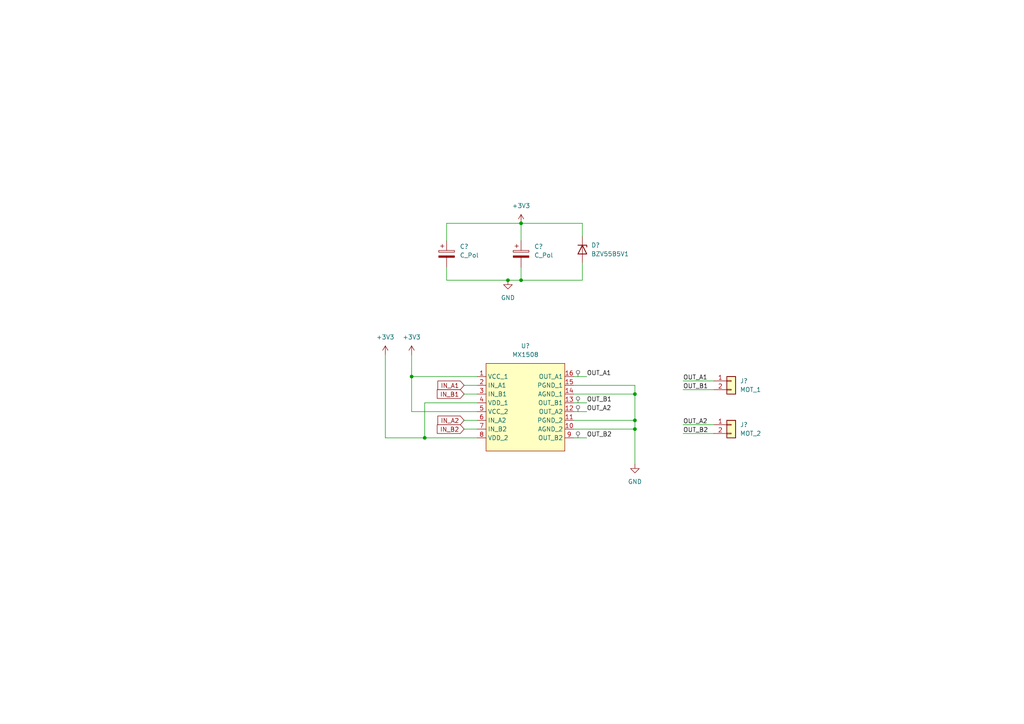
<source format=kicad_sch>
(kicad_sch (version 20230121) (generator eeschema)
  (paper "A4")
  (lib_symbols
    (symbol "Componentes_Usuario:MX1508"
      (property "Reference" "U" (at -11.43 13.97 0))
      (property "Value" "MX1508" (at -5.08 -1.27 0))
      (symbol "MX1508_1_1"
        (rectangle (start -11.43 12.7) (end 11.43 -12.7) (fill (type background)))
        (pin passive line (at -13.97 8.89 0) (length 2.54) (name "VCC_1") (number "1"))
        (pin passive line (at 13.97 -6.35 180) (length 2.54) (name "AGND_2") (number "10"))
        (pin passive line (at 13.97 -3.81 180) (length 2.54) (name "PGND_2") (number "11"))
        (pin passive line (at 13.97 -1.27 180) (length 2.54) (name "OUT_A2") (number "12"))
        (pin passive line (at 13.97 1.27 180) (length 2.54) (name "OUT_B1") (number "13"))
        (pin passive line (at 13.97 3.81 180) (length 2.54) (name "AGND_1") (number "14"))
        (pin passive line (at 13.97 6.35 180) (length 2.54) (name "PGND_1") (number "15"))
        (pin passive line (at 13.97 8.89 180) (length 2.54) (name "OUT_A1") (number "16"))
        (pin passive line (at -13.97 6.35 0) (length 2.54) (name "IN_A1") (number "2"))
        (pin passive line (at -13.97 3.81 0) (length 2.54) (name "IN_B1") (number "3"))
        (pin passive line (at -13.97 1.27 0) (length 2.54) (name "VDD_1") (number "4"))
        (pin passive line (at -13.97 -1.27 0) (length 2.54) (name "VCC_2") (number "5"))
        (pin passive line (at -13.97 -3.81 0) (length 2.54) (name "IN_A2") (number "6"))
        (pin passive line (at -13.97 -6.35 0) (length 2.54) (name "IN_B2") (number "7"))
        (pin passive line (at -13.97 -8.89 0) (length 2.54) (name "VDD_2") (number "8"))
        (pin passive line (at 13.97 -8.89 180) (length 2.54) (name "OUT_B2") (number "9"))
      )
    )
    (symbol "Connector_Generic:Conn_01x02" (pin_names (offset 1.016) hide)
      (property "Reference" "J" (at 0 2.54 0))
      (property "Value" "Conn_01x02" (at 0 -5.08 0))
      (symbol "Conn_01x02_1_1"
        (rectangle (start -1.27 -2.413) (end 0 -2.667) (stroke (width 0.1524)))
        (rectangle (start -1.27 0.127) (end 0 -0.127) (stroke (width 0.1524)))
        (rectangle (start -1.27 1.27) (end 1.27 -3.81) (stroke (width 0.254)) (fill (type background)))
        (pin passive line (at -5.08 0 0) (length 3.81) (name "Pin_1") (number "1"))
        (pin passive line (at -5.08 -2.54 0) (length 3.81) (name "Pin_2") (number "2"))
      )
    )
    (symbol "Device:C_Polarized" (pin_numbers hide) (pin_names (offset 0.254))
      (property "Reference" "C" (at 0.635 2.54 0))
      (property "Value" "C_Polarized" (at 0.635 -2.54 0))
      (symbol "C_Polarized_0_1"
        (rectangle (start -2.286 0.508) (end 2.286 1.016))
        (polyline (pts (xy -1.778 2.286) (xy -0.762 2.286)))
        (polyline (pts (xy -1.27 2.794) (xy -1.27 1.778)))
        (rectangle (start 2.286 -0.508) (end -2.286 -1.016) (fill (type outline)))
      )
      (symbol "C_Polarized_1_1"
        (pin passive line (at 0 3.81 270) (length 2.794) (name "~") (number "1"))
        (pin passive line (at 0 -3.81 90) (length 2.794) (name "~") (number "2"))
      )
    )
    (symbol "Diode:BZV55B5V1" (pin_numbers hide) (pin_names hide)
      (property "Reference" "D" (at 0 2.54 0))
      (property "Value" "BZV55B5V1" (at 0 -2.54 0))
      (symbol "BZV55B5V1_0_1"
        (polyline (pts (xy 1.27 0) (xy -1.27 0)))
        (polyline (pts (xy -1.27 -1.27) (xy -1.27 1.27) (xy -0.762 1.27)) (stroke (width 0.254)))
        (polyline (pts (xy 1.27 -1.27) (xy 1.27 1.27) (xy -1.27 0) (xy 1.27 -1.27)) (stroke (width 0.254)))
      )
      (symbol "BZV55B5V1_1_1"
        (pin passive line (at -3.81 0 0) (length 2.54) (name "K") (number "1"))
        (pin passive line (at 3.81 0 180) (length 2.54) (name "A") (number "2"))
      )
    )
    (symbol "power:+3V3" (power) (pin_names (offset 0))
      (property "Value" "+3V3" (at 0 3.556 0))
      (symbol "+3V3_0_1"
        (polyline (pts (xy -0.762 1.27) (xy 0 2.54)))
        (polyline (pts (xy 0 0) (xy 0 2.54)))
        (polyline (pts (xy 0 2.54) (xy 0.762 1.27)))
      )
      (symbol "+3V3_1_1"
        (pin power_in line (at 0 0 90) (length 0) hide (name "+3V3") (number "1"))
      )
    )
    (symbol "power:GND" (power) (pin_names (offset 0))
      (property "Value" "GND" (at 0 -3.81 0))
      (symbol "GND_0_1"
        (polyline (pts (xy 0 0) (xy 0 -1.27) (xy 1.27 -1.27) (xy 0 -2.54) (xy -1.27 -1.27) (xy 0 -1.27)))
      )
      (symbol "GND_1_1"
        (pin power_in line (at 0 0 270) (length 0) hide (name "GND") (number "1"))
      )
    )
  )
  (junction (at 123.19 127))
  (junction (at 151.13 64.77))
  (junction (at 151.13 81.28))
  (junction (at 184.15 124.46))
  (junction (at 184.15 114.3))
  (junction (at 147.32 81.28))
  (junction (at 184.15 121.92))
  (junction (at 119.38 109.22))
  (wire (pts (xy 184.15 124.46) (xy 166.37 124.46)))
  (wire (pts (xy 166.37 111.76) (xy 184.15 111.76)))
  (wire (pts (xy 184.15 114.3) (xy 166.37 114.3)))
  (wire (pts (xy 168.91 81.28) (xy 168.91 76.2)))
  (wire (pts (xy 129.54 81.28) (xy 147.32 81.28)))
  (wire (pts (xy 166.37 116.84) (xy 170.18 116.84)))
  (wire (pts (xy 184.15 124.46) (xy 184.15 134.62)))
  (wire (pts (xy 123.19 116.84) (xy 123.19 127)))
  (wire (pts (xy 119.38 119.38) (xy 138.43 119.38)))
  (wire (pts (xy 111.76 127) (xy 111.76 102.87)))
  (wire (pts (xy 198.12 113.03) (xy 207.01 113.03)))
  (wire (pts (xy 129.54 64.77) (xy 151.13 64.77)))
  (wire (pts (xy 119.38 119.38) (xy 119.38 109.22)))
  (wire (pts (xy 166.37 119.38) (xy 170.18 119.38)))
  (wire (pts (xy 119.38 102.87) (xy 119.38 109.22)))
  (wire (pts (xy 151.13 77.47) (xy 151.13 81.28)))
  (wire (pts (xy 166.37 121.92) (xy 184.15 121.92)))
  (wire (pts (xy 129.54 69.85) (xy 129.54 64.77)))
  (wire (pts (xy 123.19 127) (xy 111.76 127)))
  (wire (pts (xy 119.38 109.22) (xy 138.43 109.22)))
  (wire (pts (xy 166.37 127) (xy 170.18 127)))
  (wire (pts (xy 138.43 114.3) (xy 134.62 114.3)))
  (wire (pts (xy 184.15 114.3) (xy 184.15 121.92)))
  (wire (pts (xy 198.12 110.49) (xy 207.01 110.49)))
  (wire (pts (xy 123.19 116.84) (xy 138.43 116.84)))
  (wire (pts (xy 151.13 81.28) (xy 168.91 81.28)))
  (wire (pts (xy 198.12 123.19) (xy 207.01 123.19)))
  (wire (pts (xy 151.13 64.77) (xy 168.91 64.77)))
  (wire (pts (xy 151.13 64.77) (xy 151.13 69.85)))
  (wire (pts (xy 138.43 111.76) (xy 134.62 111.76)))
  (wire (pts (xy 198.12 125.73) (xy 207.01 125.73)))
  (wire (pts (xy 147.32 81.28) (xy 151.13 81.28)))
  (wire (pts (xy 129.54 77.47) (xy 129.54 81.28)))
  (wire (pts (xy 138.43 124.46) (xy 134.62 124.46)))
  (wire (pts (xy 168.91 64.77) (xy 168.91 68.58)))
  (wire (pts (xy 138.43 121.92) (xy 134.62 121.92)))
  (wire (pts (xy 166.37 109.22) (xy 170.18 109.22)))
  (wire (pts (xy 123.19 127) (xy 138.43 127)))
  (wire (pts (xy 184.15 111.76) (xy 184.15 114.3)))
  (wire (pts (xy 184.15 121.92) (xy 184.15 124.46)))
  (label "OUT_B1" (at 198.12 113.03 0))
  (label "OUT_A2" (at 170.18 119.38 0))
  (label "OUT_B1" (at 170.18 116.84 0))
  (label "OUT_B2" (at 198.12 125.73 0))
  (label "OUT_A1" (at 198.12 110.49 0))
  (label "OUT_A2" (at 198.12 123.19 0))
  (label "OUT_B2" (at 170.18 127 0))
  (label "OUT_A1" (at 170.18 109.22 0))
  (global_label "IN_B1" (shape input) (at 134.62 114.3 180) (property "Intersheetrefs" "${INTERSHEET_REFS}" (effects hide)))
  (global_label "IN_A1" (shape input) (at 134.62 111.76 180) (property "Intersheetrefs" "${INTERSHEET_REFS}" (effects hide)))
  (global_label "IN_B2" (shape input) (at 134.62 124.46 180) (property "Intersheetrefs" "${INTERSHEET_REFS}" (effects hide)))
  (global_label "IN_A2" (shape input) (at 134.62 121.92 180) (property "Intersheetrefs" "${INTERSHEET_REFS}" (effects hide)))
  (netclass_flag "" (length 1.27) (shape round) (at 167.64 127 0) (property "Netclass" "Power" (effects hide)))
  (netclass_flag "" (length 1.27) (shape round) (at 167.64 109.22 0) (property "Netclass" "Power" (effects hide)))
  (netclass_flag "" (length 1.27) (shape round) (at 167.64 116.84 0) (property "Netclass" "Power" (effects hide)))
  (netclass_flag "" (length 1.27) (shape round) (at 167.64 119.38 0) (property "Netclass" "Power" (effects hide)))
  (symbol (lib_id "Device:C_Polarized") (at 129.54 73.66 0) (unit 1)
    (property "Reference" "C?" (at 133.35 71.501 0) (effects (justify left)))
    (property "Value" "C_Pol" (at 133.35 74.041 0) (effects (justify left)))
    (property "Footprint" "Capacitor_SMD:CP_Elec_6.3x5.9" (effects hide))
    (instances (project "PCB_MAQUEEN_V1" (path "" (reference "C?") (unit 1)) (path "" (reference "C6") (unit 1))))
  )
  (symbol (lib_id "power:GND") (at 147.32 81.28 0) (unit 1)
    (property "Reference" "#PWR08" (effects hide))
    (property "Value" "GND" (at 147.32 86.36 0))
    (instances (project "PCB_MAQUEEN_V1" (path "" (reference "#PWR08") (unit 1)) (path "" (reference "#PWR031") (unit 1))))
  )
  (symbol (lib_id "Device:C_Polarized") (at 151.13 73.66 0) (unit 1)
    (property "Reference" "C?" (at 154.94 71.501 0) (effects (justify left)))
    (property "Value" "C_Pol" (at 154.94 74.041 0) (effects (justify left)))
    (property "Footprint" "Capacitor_SMD:CP_Elec_6.3x5.9" (effects hide))
    (instances (project "PCB_MAQUEEN_V1" (path "" (reference "C?") (unit 1)) (path "" (reference "C7") (unit 1))))
  )
  (symbol (lib_id "Connector_Generic:Conn_01x02") (at 212.09 110.49 0) (unit 1)
    (property "Reference" "J?" (at 214.63 110.49 0) (effects (justify left)))
    (property "Value" "MOT_1" (at 214.63 113.03 0) (effects (justify left)))
    (property "Footprint" "Footprint_lib_user:Motor_N20_com_case" (effects hide))
    (instances (project "PCB_MAQUEEN_V1" (path "" (reference "J?") (unit 1)) (path "" (reference "J3") (unit 1))))
  )
  (symbol (lib_id "Diode:BZV55B5V1") (at 168.91 72.39 270) (unit 1)
    (property "Reference" "D?" (at 171.45 71.12 90) (effects (justify left)))
    (property "Value" "BZV55B5V1" (at 171.45 73.66 90) (effects (justify left)))
    (property "Footprint" "Diode_SMD:D_MiniMELF" (effects hide))
    (property "Datasheet" "https://assets.nexperia.com/documents/data-sheet/BZV55_SER.pdf" (effects hide))
    (instances (project "PCB_MAQUEEN_V1" (path "" (reference "D?") (unit 1)) (path "" (reference "D5") (unit 1))))
  )
  (symbol (lib_id "Componentes_Usuario:MX1508") (at 152.4 118.11 0) (unit 1)
    (property "Reference" "U?" (at 152.4 100.33 0))
    (property "Value" "MX1508" (at 152.4 102.87 0))
    (property "Footprint" "Footprint_lib_user:MX1508" (effects hide))
    (instances (project "PCB_MAQUEEN_V1" (path "" (reference "U?") (unit 1)) (path "" (reference "U4") (unit 1))))
  )
  (symbol (lib_id "Connector_Generic:Conn_01x02") (at 212.09 123.19 0) (unit 1)
    (property "Reference" "J?" (at 214.63 123.19 0) (effects (justify left)))
    (property "Value" "MOT_2" (at 214.63 125.73 0) (effects (justify left)))
    (property "Footprint" "Footprint_lib_user:Motor_N20_com_case" (effects hide))
    (instances (project "PCB_MAQUEEN_V1" (path "" (reference "J?") (unit 1)) (path "" (reference "J5") (unit 1))))
  )
  (symbol (lib_id "power:+3V3") (at 151.13 64.77 0) (unit 1)
    (property "Reference" "#PWR03" (effects hide))
    (property "Value" "+3V3" (at 151.13 59.69 0))
    (instances (project "PCB_MAQUEEN_V1" (path "" (reference "#PWR03") (unit 1)) (path "" (reference "#PWR04") (unit 1))))
  )
  (symbol (lib_id "power:+3V3") (at 111.76 102.87 0) (unit 1)
    (property "Reference" "#PWR03" (effects hide))
    (property "Value" "+3V3" (at 111.76 97.79 0))
    (instances (project "PCB_MAQUEEN_V1" (path "" (reference "#PWR03") (unit 1)) (path "" (reference "#PWR027") (unit 1))))
  )
  (symbol (lib_id "power:GND") (at 184.15 134.62 0) (unit 1)
    (property "Reference" "#PWR01" (effects hide))
    (property "Value" "GND" (at 184.15 139.7 0))
    (instances (project "PCB_MAQUEEN_V1" (path "" (reference "#PWR01") (unit 1)) (path "" (reference "#PWR034") (unit 1))))
  )
  (symbol (lib_id "power:+3V3") (at 119.38 102.87 0) (unit 1)
    (property "Reference" "#PWR03" (effects hide))
    (property "Value" "+3V3" (at 119.38 97.79 0))
    (instances (project "PCB_MAQUEEN_V1" (path "" (reference "#PWR03") (unit 1)) (path "" (reference "#PWR028") (unit 1))))
  )
)
</source>
